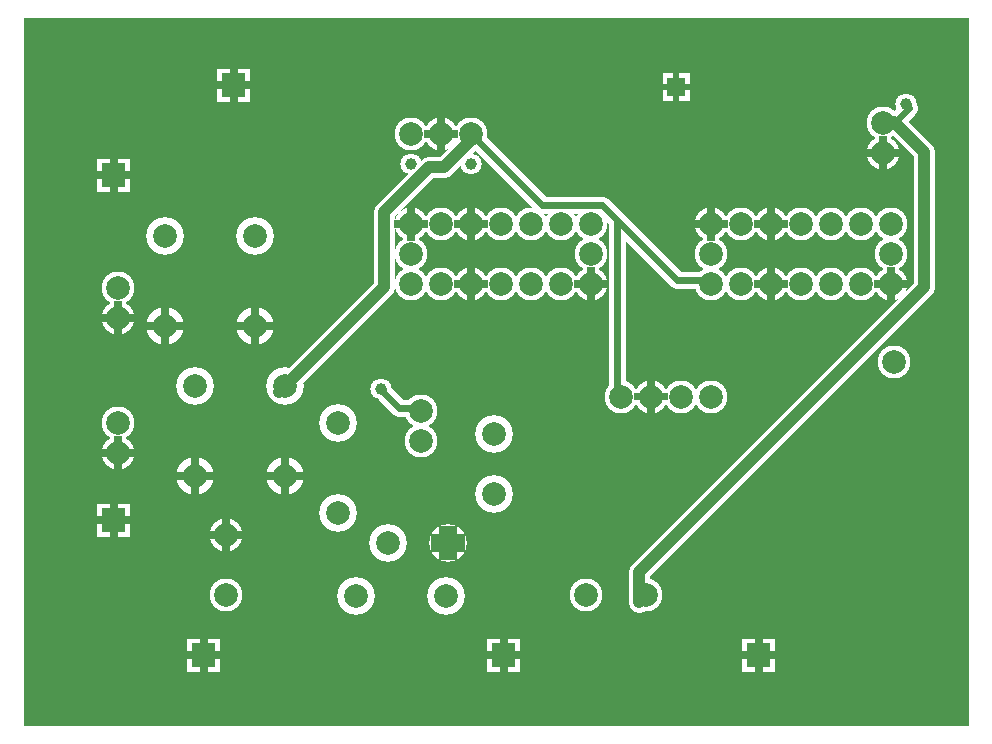
<source format=gbr>
%FSLAX34Y34*%
%MOMM*%
%LNCOPPER_TOP*%
G71*
G01*
%ADD10C,2.800*%
%ADD11C,1.400*%
%ADD12C,1.800*%
%ADD13C,3.200*%
%ADD14C,2.800*%
%ADD15C,1.800*%
%ADD16C,0.667*%
%ADD17C,0.500*%
%ADD18C,0.680*%
%ADD19C,1.467*%
%ADD20C,2.000*%
%ADD21C,0.600*%
%ADD22C,1.000*%
%ADD23C,2.000*%
%ADD24C,4.300*%
%ADD25C,1.000*%
%LPD*%
G36*
X0Y600000D02*
X800000Y600000D01*
X800000Y0D01*
X0Y0D01*
X0Y600000D01*
G37*
%LPC*%
X581800Y425210D02*
G54D10*
D03*
X607200Y425210D02*
G54D10*
D03*
X607200Y425210D02*
G54D10*
D03*
X632600Y425210D02*
G54D10*
D03*
X632600Y425210D02*
G54D10*
D03*
X658000Y425210D02*
G54D10*
D03*
X658000Y425210D02*
G54D10*
D03*
X683400Y425210D02*
G54D10*
D03*
X683400Y425210D02*
G54D10*
D03*
X708800Y425210D02*
G54D10*
D03*
X708800Y425210D02*
G54D10*
D03*
X734200Y425210D02*
G54D10*
D03*
X734200Y425210D02*
G54D10*
D03*
X734200Y399810D02*
G54D10*
D03*
X734200Y399810D02*
G54D10*
D03*
X734200Y374410D02*
G54D10*
D03*
X581800Y425210D02*
G54D10*
D03*
X581800Y399810D02*
G54D10*
D03*
X581800Y399810D02*
G54D10*
D03*
X581800Y374410D02*
G54D10*
D03*
X581800Y374410D02*
G54D10*
D03*
X607200Y374410D02*
G54D10*
D03*
X607200Y374410D02*
G54D10*
D03*
X632600Y374410D02*
G54D10*
D03*
X632600Y374410D02*
G54D10*
D03*
X658000Y374410D02*
G54D10*
D03*
X658000Y374410D02*
G54D10*
D03*
X683400Y374410D02*
G54D10*
D03*
X683400Y374410D02*
G54D10*
D03*
X708800Y374410D02*
G54D10*
D03*
X708800Y374410D02*
G54D10*
D03*
X734200Y374410D02*
G54D10*
D03*
X734200Y374410D02*
G54D10*
D03*
X581800Y374410D02*
G54D10*
D03*
X327800Y425210D02*
G54D10*
D03*
X353200Y425210D02*
G54D10*
D03*
X353200Y425210D02*
G54D10*
D03*
X378600Y425210D02*
G54D10*
D03*
X378600Y425210D02*
G54D10*
D03*
X404000Y425210D02*
G54D10*
D03*
X404000Y425210D02*
G54D10*
D03*
X429400Y425210D02*
G54D10*
D03*
X429400Y425210D02*
G54D10*
D03*
X454800Y425210D02*
G54D10*
D03*
X454800Y425210D02*
G54D10*
D03*
X480200Y425210D02*
G54D10*
D03*
X480200Y425210D02*
G54D10*
D03*
X480200Y399810D02*
G54D10*
D03*
X480200Y399810D02*
G54D10*
D03*
X480200Y374410D02*
G54D10*
D03*
X327800Y425210D02*
G54D10*
D03*
X327800Y399810D02*
G54D10*
D03*
X327800Y399810D02*
G54D10*
D03*
X327800Y374410D02*
G54D10*
D03*
X327800Y374410D02*
G54D10*
D03*
X353200Y374410D02*
G54D10*
D03*
X353200Y374410D02*
G54D10*
D03*
X378600Y374410D02*
G54D10*
D03*
X378600Y374410D02*
G54D10*
D03*
X404000Y374410D02*
G54D10*
D03*
X404000Y374410D02*
G54D10*
D03*
X429400Y374410D02*
G54D10*
D03*
X429400Y374410D02*
G54D10*
D03*
X454800Y374410D02*
G54D10*
D03*
X454800Y374410D02*
G54D10*
D03*
X480200Y374410D02*
G54D10*
D03*
X480200Y374410D02*
G54D10*
D03*
X327800Y374410D02*
G54D10*
D03*
X505600Y279160D02*
G54D10*
D03*
X505600Y279160D02*
G54D10*
D03*
X531000Y279160D02*
G54D10*
D03*
X531000Y279160D02*
G54D10*
D03*
X556400Y279160D02*
G54D10*
D03*
X556400Y279160D02*
G54D10*
D03*
X581800Y279160D02*
G54D10*
D03*
X581800Y279160D02*
G54D10*
D03*
X327800Y501410D02*
G54D10*
D03*
X353200Y501410D02*
G54D10*
D03*
X378600Y501410D02*
G54D10*
D03*
G54D11*
X378600Y501410D02*
X375450Y504560D01*
X438950Y441060D01*
X489750Y441060D01*
X553250Y377560D01*
X578650Y377560D01*
X581800Y374410D01*
G54D11*
X378600Y501410D02*
X375450Y504560D01*
X438950Y441060D01*
X489750Y441060D01*
X502450Y428360D01*
X502450Y282310D01*
X505600Y279160D01*
G36*
X540950Y552800D02*
X563950Y552800D01*
X563950Y529800D01*
X540950Y529800D01*
X540950Y552800D01*
G37*
X327800Y476010D02*
G54D12*
D03*
X378600Y476010D02*
G54D12*
D03*
X336550Y266750D02*
G54D10*
D03*
X336550Y241350D02*
G54D10*
D03*
X171450Y161850D02*
G54D10*
D03*
X171450Y111050D02*
G54D10*
D03*
X476250Y111050D02*
G54D10*
D03*
X527050Y111050D02*
G54D10*
D03*
X266117Y256616D02*
G54D13*
D03*
X266067Y180366D02*
G54D13*
D03*
X266117Y256616D02*
G54D14*
D03*
X398131Y247602D02*
G54D13*
D03*
X398243Y196621D02*
G54D13*
D03*
X398131Y247602D02*
G54D14*
D03*
X359403Y155174D02*
G54D13*
D03*
X308422Y155061D02*
G54D13*
D03*
X359403Y155174D02*
G54D14*
D03*
X357616Y110438D02*
G54D13*
D03*
X281366Y110488D02*
G54D13*
D03*
X357616Y110439D02*
G54D14*
D03*
X145467Y288366D02*
G54D13*
D03*
X145417Y212116D02*
G54D13*
D03*
X145467Y288366D02*
G54D14*
D03*
X221658Y288292D02*
G54D13*
D03*
X145408Y288342D02*
G54D13*
D03*
X221658Y288292D02*
G54D14*
D03*
X221658Y288292D02*
G54D13*
D03*
X221608Y212042D02*
G54D13*
D03*
X221658Y288292D02*
G54D14*
D03*
X120068Y415366D02*
G54D13*
D03*
X120017Y339116D02*
G54D13*
D03*
X120067Y415366D02*
G54D14*
D03*
X196258Y415292D02*
G54D13*
D03*
X120008Y415342D02*
G54D13*
D03*
X196258Y415292D02*
G54D14*
D03*
X196258Y415292D02*
G54D13*
D03*
X196208Y339042D02*
G54D13*
D03*
X196258Y415292D02*
G54D14*
D03*
X79823Y256661D02*
G54D10*
D03*
X79823Y231261D02*
G54D10*
D03*
X79823Y370961D02*
G54D10*
D03*
X79823Y345561D02*
G54D10*
D03*
X727523Y510661D02*
G54D10*
D03*
X727523Y485261D02*
G54D10*
D03*
X746900Y526810D02*
G54D12*
D03*
X302400Y285510D02*
G54D12*
D03*
G54D11*
X302400Y285510D02*
X304800Y282550D01*
X317500Y269850D01*
X336550Y269850D01*
X336550Y266750D01*
G54D11*
X746900Y526810D02*
X749300Y523850D01*
X736600Y511150D01*
X730250Y511150D01*
X727523Y510661D01*
G36*
X138400Y74300D02*
X166400Y74300D01*
X166400Y46300D01*
X138400Y46300D01*
X138400Y74300D01*
G37*
G36*
X392400Y74300D02*
X420400Y74300D01*
X420400Y46300D01*
X392400Y46300D01*
X392400Y74300D01*
G37*
G36*
X62200Y188600D02*
X90200Y188600D01*
X90200Y160600D01*
X62200Y160600D01*
X62200Y188600D01*
G37*
X736600Y308100D02*
G54D10*
D03*
G54D15*
X727523Y510661D02*
X723900Y511300D01*
X736600Y511300D01*
X762000Y485900D01*
X762000Y371600D01*
X520700Y130300D01*
X520700Y104900D01*
X527050Y111050D01*
G54D15*
X221658Y288292D02*
X215900Y282700D01*
X304800Y371600D01*
X304800Y435100D01*
X342900Y473200D01*
X355600Y473200D01*
X381000Y498600D01*
X378600Y501410D01*
G36*
X608300Y74300D02*
X636300Y74300D01*
X636300Y46300D01*
X608300Y46300D01*
X608300Y74300D01*
G37*
G36*
X163800Y556900D02*
X191800Y556900D01*
X191800Y528900D01*
X163800Y528900D01*
X163800Y556900D01*
G37*
G36*
X62200Y480700D02*
X90200Y480700D01*
X90200Y452700D01*
X62200Y452700D01*
X62200Y480700D01*
G37*
%LPD*%
G54D16*
G36*
X629267Y425210D02*
X629267Y439710D01*
X635933Y439710D01*
X635933Y425210D01*
X629267Y425210D01*
G37*
G36*
X632600Y428543D02*
X647100Y428543D01*
X647100Y421877D01*
X632600Y421877D01*
X632600Y428543D01*
G37*
G36*
X635933Y425210D02*
X635933Y410710D01*
X629267Y410710D01*
X629267Y425210D01*
X635933Y425210D01*
G37*
G36*
X632600Y421877D02*
X618100Y421877D01*
X618100Y428543D01*
X632600Y428543D01*
X632600Y421877D01*
G37*
G54D16*
G36*
X581800Y428543D02*
X596300Y428543D01*
X596300Y421877D01*
X581800Y421877D01*
X581800Y428543D01*
G37*
G36*
X585133Y425210D02*
X585133Y410710D01*
X578467Y410710D01*
X578467Y425210D01*
X585133Y425210D01*
G37*
G36*
X581800Y421877D02*
X567300Y421877D01*
X567300Y428543D01*
X581800Y428543D01*
X581800Y421877D01*
G37*
G36*
X578467Y425210D02*
X578467Y439710D01*
X585133Y439710D01*
X585133Y425210D01*
X578467Y425210D01*
G37*
G54D16*
G36*
X629267Y374410D02*
X629267Y388910D01*
X635933Y388910D01*
X635933Y374410D01*
X629267Y374410D01*
G37*
G36*
X632600Y377743D02*
X647100Y377743D01*
X647100Y371077D01*
X632600Y371077D01*
X632600Y377743D01*
G37*
G36*
X635933Y374410D02*
X635933Y359910D01*
X629267Y359910D01*
X629267Y374410D01*
X635933Y374410D01*
G37*
G36*
X632600Y371077D02*
X618100Y371077D01*
X618100Y377743D01*
X632600Y377743D01*
X632600Y371077D01*
G37*
G54D16*
G36*
X734200Y377743D02*
X748700Y377743D01*
X748700Y371077D01*
X734200Y371077D01*
X734200Y377743D01*
G37*
G36*
X737533Y374410D02*
X737533Y359910D01*
X730867Y359910D01*
X730867Y374410D01*
X737533Y374410D01*
G37*
G36*
X734200Y371077D02*
X719700Y371077D01*
X719700Y377743D01*
X734200Y377743D01*
X734200Y371077D01*
G37*
G36*
X730867Y374410D02*
X730867Y388910D01*
X737533Y388910D01*
X737533Y374410D01*
X730867Y374410D01*
G37*
G54D16*
G36*
X375267Y425210D02*
X375267Y439710D01*
X381934Y439710D01*
X381934Y425210D01*
X375267Y425210D01*
G37*
G36*
X378600Y428543D02*
X393100Y428543D01*
X393100Y421877D01*
X378600Y421877D01*
X378600Y428543D01*
G37*
G36*
X381934Y425210D02*
X381934Y410710D01*
X375267Y410710D01*
X375267Y425210D01*
X381934Y425210D01*
G37*
G36*
X378600Y421877D02*
X364100Y421877D01*
X364100Y428543D01*
X378600Y428543D01*
X378600Y421877D01*
G37*
G54D16*
G36*
X327800Y428543D02*
X342300Y428543D01*
X342300Y421877D01*
X327800Y421877D01*
X327800Y428543D01*
G37*
G36*
X331133Y425210D02*
X331133Y410710D01*
X324467Y410710D01*
X324467Y425210D01*
X331133Y425210D01*
G37*
G36*
X327800Y421877D02*
X313300Y421877D01*
X313300Y428543D01*
X327800Y428543D01*
X327800Y421877D01*
G37*
G36*
X324467Y425210D02*
X324467Y439710D01*
X331133Y439710D01*
X331133Y425210D01*
X324467Y425210D01*
G37*
G54D16*
G36*
X375267Y374410D02*
X375267Y388910D01*
X381934Y388910D01*
X381934Y374410D01*
X375267Y374410D01*
G37*
G36*
X378600Y377743D02*
X393100Y377743D01*
X393100Y371077D01*
X378600Y371077D01*
X378600Y377743D01*
G37*
G36*
X381934Y374410D02*
X381934Y359910D01*
X375267Y359910D01*
X375267Y374410D01*
X381934Y374410D01*
G37*
G36*
X378600Y371077D02*
X364100Y371077D01*
X364100Y377743D01*
X378600Y377743D01*
X378600Y371077D01*
G37*
G54D16*
G36*
X480200Y377743D02*
X494700Y377743D01*
X494700Y371077D01*
X480200Y371077D01*
X480200Y377743D01*
G37*
G36*
X483534Y374410D02*
X483534Y359910D01*
X476867Y359910D01*
X476867Y374410D01*
X483534Y374410D01*
G37*
G36*
X480200Y371077D02*
X465700Y371077D01*
X465700Y377743D01*
X480200Y377743D01*
X480200Y371077D01*
G37*
G36*
X476867Y374410D02*
X476867Y388910D01*
X483534Y388910D01*
X483534Y374410D01*
X476867Y374410D01*
G37*
G54D16*
G36*
X527667Y279160D02*
X527667Y293660D01*
X534334Y293660D01*
X534334Y279160D01*
X527667Y279160D01*
G37*
G36*
X531000Y282493D02*
X545500Y282493D01*
X545500Y275827D01*
X531000Y275827D01*
X531000Y282493D01*
G37*
G36*
X534334Y279160D02*
X534334Y264660D01*
X527667Y264660D01*
X527667Y279160D01*
X534334Y279160D01*
G37*
G36*
X531000Y275827D02*
X516500Y275827D01*
X516500Y282493D01*
X531000Y282493D01*
X531000Y275827D01*
G37*
G54D16*
G36*
X349867Y501410D02*
X349867Y515910D01*
X356533Y515910D01*
X356533Y501410D01*
X349867Y501410D01*
G37*
G36*
X353200Y504743D02*
X367700Y504743D01*
X367700Y498077D01*
X353200Y498077D01*
X353200Y504743D01*
G37*
G36*
X356533Y501410D02*
X356533Y486910D01*
X349867Y486910D01*
X349867Y501410D01*
X356533Y501410D01*
G37*
G36*
X353200Y498077D02*
X338700Y498077D01*
X338700Y504743D01*
X353200Y504743D01*
X353200Y498077D01*
G37*
G54D17*
G36*
X549950Y541300D02*
X549950Y553300D01*
X554950Y553300D01*
X554950Y541300D01*
X549950Y541300D01*
G37*
G36*
X552450Y543800D02*
X564450Y543800D01*
X564450Y538800D01*
X552450Y538800D01*
X552450Y543800D01*
G37*
G36*
X554950Y541300D02*
X554950Y529300D01*
X549950Y529300D01*
X549950Y541300D01*
X554950Y541300D01*
G37*
G36*
X552450Y538800D02*
X540450Y538800D01*
X540450Y543800D01*
X552450Y543800D01*
X552450Y538800D01*
G37*
G54D18*
G36*
X171450Y165250D02*
X185950Y165250D01*
X185950Y158450D01*
X171450Y158450D01*
X171450Y165250D01*
G37*
G36*
X174850Y161850D02*
X174850Y147350D01*
X168050Y147350D01*
X168050Y161850D01*
X174850Y161850D01*
G37*
G36*
X171450Y158450D02*
X156950Y158450D01*
X156950Y165250D01*
X171450Y165250D01*
X171450Y158450D01*
G37*
G36*
X168050Y161850D02*
X168050Y176350D01*
X174850Y176350D01*
X174850Y161850D01*
X168050Y161850D01*
G37*
G54D19*
G36*
X352070Y155174D02*
X352070Y169674D01*
X366736Y169674D01*
X366736Y155174D01*
X352070Y155174D01*
G37*
G36*
X359403Y162507D02*
X373903Y162507D01*
X373903Y147840D01*
X359403Y147840D01*
X359403Y162507D01*
G37*
G36*
X366736Y155174D02*
X366736Y140674D01*
X352070Y140674D01*
X352070Y155174D01*
X366736Y155174D01*
G37*
G36*
X359403Y147840D02*
X344903Y147840D01*
X344903Y162507D01*
X359403Y162507D01*
X359403Y147840D01*
G37*
G54D16*
G36*
X145417Y215449D02*
X161917Y215449D01*
X161917Y208783D01*
X145417Y208783D01*
X145417Y215449D01*
G37*
G36*
X148750Y212116D02*
X148750Y195616D01*
X142084Y195616D01*
X142084Y212116D01*
X148750Y212116D01*
G37*
G36*
X145417Y208783D02*
X128917Y208783D01*
X128917Y215449D01*
X145417Y215449D01*
X145417Y208783D01*
G37*
G36*
X142084Y212116D02*
X142084Y228616D01*
X148750Y228616D01*
X148750Y212116D01*
X142084Y212116D01*
G37*
G54D18*
G36*
X221608Y215442D02*
X238108Y215442D01*
X238108Y208642D01*
X221608Y208642D01*
X221608Y215442D01*
G37*
G36*
X225008Y212042D02*
X225008Y195542D01*
X218208Y195542D01*
X218208Y212042D01*
X225008Y212042D01*
G37*
G36*
X221608Y208642D02*
X205108Y208642D01*
X205108Y215442D01*
X221608Y215442D01*
X221608Y208642D01*
G37*
G36*
X218208Y212042D02*
X218208Y228542D01*
X225008Y228542D01*
X225008Y212042D01*
X218208Y212042D01*
G37*
G54D16*
G36*
X120017Y342449D02*
X136517Y342449D01*
X136517Y335783D01*
X120017Y335783D01*
X120017Y342449D01*
G37*
G36*
X123350Y339116D02*
X123350Y322616D01*
X116684Y322616D01*
X116684Y339116D01*
X123350Y339116D01*
G37*
G36*
X120017Y335783D02*
X103517Y335783D01*
X103517Y342449D01*
X120017Y342449D01*
X120017Y335783D01*
G37*
G36*
X116684Y339116D02*
X116684Y355616D01*
X123350Y355616D01*
X123350Y339116D01*
X116684Y339116D01*
G37*
G54D18*
G36*
X196208Y342442D02*
X212708Y342442D01*
X212708Y335642D01*
X196208Y335642D01*
X196208Y342442D01*
G37*
G36*
X199608Y339042D02*
X199608Y322542D01*
X192808Y322542D01*
X192808Y339042D01*
X199608Y339042D01*
G37*
G36*
X196208Y335642D02*
X179708Y335642D01*
X179708Y342442D01*
X196208Y342442D01*
X196208Y335642D01*
G37*
G36*
X192808Y339042D02*
X192808Y355542D01*
X199608Y355542D01*
X199608Y339042D01*
X192808Y339042D01*
G37*
G54D16*
G36*
X76490Y231261D02*
X76490Y245761D01*
X83156Y245761D01*
X83156Y231261D01*
X76490Y231261D01*
G37*
G36*
X79823Y234594D02*
X94323Y234594D01*
X94323Y227928D01*
X79823Y227928D01*
X79823Y234594D01*
G37*
G36*
X83156Y231261D02*
X83156Y216761D01*
X76490Y216761D01*
X76490Y231261D01*
X83156Y231261D01*
G37*
G36*
X79823Y227928D02*
X65323Y227928D01*
X65323Y234594D01*
X79823Y234594D01*
X79823Y227928D01*
G37*
G54D16*
G36*
X76490Y345561D02*
X76490Y360061D01*
X83156Y360061D01*
X83156Y345561D01*
X76490Y345561D01*
G37*
G36*
X79823Y348894D02*
X94323Y348894D01*
X94323Y342228D01*
X79823Y342228D01*
X79823Y348894D01*
G37*
G36*
X83156Y345561D02*
X83156Y331061D01*
X76490Y331061D01*
X76490Y345561D01*
X83156Y345561D01*
G37*
G36*
X79823Y342228D02*
X65323Y342228D01*
X65323Y348894D01*
X79823Y348894D01*
X79823Y342228D01*
G37*
G54D16*
G36*
X724190Y485261D02*
X724190Y499761D01*
X730856Y499761D01*
X730856Y485261D01*
X724190Y485261D01*
G37*
G36*
X727523Y488594D02*
X742023Y488594D01*
X742023Y481928D01*
X727523Y481928D01*
X727523Y488594D01*
G37*
G36*
X730856Y485261D02*
X730856Y470761D01*
X724190Y470761D01*
X724190Y485261D01*
X730856Y485261D01*
G37*
G36*
X727523Y481928D02*
X713023Y481928D01*
X713023Y488594D01*
X727523Y488594D01*
X727523Y481928D01*
G37*
G54D16*
G36*
X149067Y60300D02*
X149067Y74800D01*
X155733Y74800D01*
X155733Y60300D01*
X149067Y60300D01*
G37*
G36*
X152400Y63633D02*
X166900Y63633D01*
X166900Y56967D01*
X152400Y56967D01*
X152400Y63633D01*
G37*
G36*
X155733Y60300D02*
X155733Y45800D01*
X149067Y45800D01*
X149067Y60300D01*
X155733Y60300D01*
G37*
G36*
X152400Y56967D02*
X137900Y56967D01*
X137900Y63633D01*
X152400Y63633D01*
X152400Y56967D01*
G37*
G54D16*
G36*
X403067Y60300D02*
X403067Y74800D01*
X409733Y74800D01*
X409733Y60300D01*
X403067Y60300D01*
G37*
G36*
X406400Y63633D02*
X420900Y63633D01*
X420900Y56967D01*
X406400Y56967D01*
X406400Y63633D01*
G37*
G36*
X409733Y60300D02*
X409733Y45800D01*
X403067Y45800D01*
X403067Y60300D01*
X409733Y60300D01*
G37*
G36*
X406400Y56967D02*
X391900Y56967D01*
X391900Y63633D01*
X406400Y63633D01*
X406400Y56967D01*
G37*
G54D16*
G36*
X72867Y174600D02*
X72867Y189100D01*
X79533Y189100D01*
X79533Y174600D01*
X72867Y174600D01*
G37*
G36*
X76200Y177933D02*
X90700Y177933D01*
X90700Y171267D01*
X76200Y171267D01*
X76200Y177933D01*
G37*
G36*
X79533Y174600D02*
X79533Y160100D01*
X72867Y160100D01*
X72867Y174600D01*
X79533Y174600D01*
G37*
G36*
X76200Y171267D02*
X61700Y171267D01*
X61700Y177933D01*
X76200Y177933D01*
X76200Y171267D01*
G37*
G54D16*
G36*
X618967Y60300D02*
X618967Y74800D01*
X625633Y74800D01*
X625633Y60300D01*
X618967Y60300D01*
G37*
G36*
X622300Y63633D02*
X636800Y63633D01*
X636800Y56967D01*
X622300Y56967D01*
X622300Y63633D01*
G37*
G36*
X625633Y60300D02*
X625633Y45800D01*
X618967Y45800D01*
X618967Y60300D01*
X625633Y60300D01*
G37*
G36*
X622300Y56967D02*
X607800Y56967D01*
X607800Y63633D01*
X622300Y63633D01*
X622300Y56967D01*
G37*
G54D16*
G36*
X174467Y542900D02*
X174467Y557400D01*
X181133Y557400D01*
X181133Y542900D01*
X174467Y542900D01*
G37*
G36*
X177800Y546233D02*
X192300Y546233D01*
X192300Y539567D01*
X177800Y539567D01*
X177800Y546233D01*
G37*
G36*
X181133Y542900D02*
X181133Y528400D01*
X174467Y528400D01*
X174467Y542900D01*
X181133Y542900D01*
G37*
G36*
X177800Y539567D02*
X163300Y539567D01*
X163300Y546233D01*
X177800Y546233D01*
X177800Y539567D01*
G37*
G54D16*
G36*
X72867Y466700D02*
X72867Y481200D01*
X79533Y481200D01*
X79533Y466700D01*
X72867Y466700D01*
G37*
G36*
X76200Y470033D02*
X90700Y470033D01*
X90700Y463367D01*
X76200Y463367D01*
X76200Y470033D01*
G37*
G36*
X79533Y466700D02*
X79533Y452200D01*
X72867Y452200D01*
X72867Y466700D01*
X79533Y466700D01*
G37*
G36*
X76200Y463367D02*
X61700Y463367D01*
X61700Y470033D01*
X76200Y470033D01*
X76200Y463367D01*
G37*
X581800Y425210D02*
G54D20*
D03*
X607200Y425210D02*
G54D20*
D03*
X607200Y425210D02*
G54D20*
D03*
X632600Y425210D02*
G54D20*
D03*
X632600Y425210D02*
G54D20*
D03*
X658000Y425210D02*
G54D20*
D03*
X658000Y425210D02*
G54D20*
D03*
X683400Y425210D02*
G54D20*
D03*
X683400Y425210D02*
G54D20*
D03*
X708800Y425210D02*
G54D20*
D03*
X708800Y425210D02*
G54D20*
D03*
X734200Y425210D02*
G54D20*
D03*
X734200Y425210D02*
G54D20*
D03*
X734200Y399810D02*
G54D20*
D03*
X734200Y399810D02*
G54D20*
D03*
X734200Y374410D02*
G54D20*
D03*
X581800Y425210D02*
G54D20*
D03*
X581800Y399810D02*
G54D20*
D03*
X581800Y399810D02*
G54D20*
D03*
X581800Y374410D02*
G54D20*
D03*
X581800Y374410D02*
G54D20*
D03*
X607200Y374410D02*
G54D20*
D03*
X607200Y374410D02*
G54D20*
D03*
X632600Y374410D02*
G54D20*
D03*
X632600Y374410D02*
G54D20*
D03*
X658000Y374410D02*
G54D20*
D03*
X658000Y374410D02*
G54D20*
D03*
X683400Y374410D02*
G54D20*
D03*
X683400Y374410D02*
G54D20*
D03*
X708800Y374410D02*
G54D20*
D03*
X708800Y374410D02*
G54D20*
D03*
X734200Y374410D02*
G54D20*
D03*
X734200Y374410D02*
G54D20*
D03*
X581800Y374410D02*
G54D20*
D03*
X327800Y425210D02*
G54D20*
D03*
X353200Y425210D02*
G54D20*
D03*
X353200Y425210D02*
G54D20*
D03*
X378600Y425210D02*
G54D20*
D03*
X378600Y425210D02*
G54D20*
D03*
X404000Y425210D02*
G54D20*
D03*
X404000Y425210D02*
G54D20*
D03*
X429400Y425210D02*
G54D20*
D03*
X429400Y425210D02*
G54D20*
D03*
X454800Y425210D02*
G54D20*
D03*
X454800Y425210D02*
G54D20*
D03*
X480200Y425210D02*
G54D20*
D03*
X480200Y425210D02*
G54D20*
D03*
X480200Y399810D02*
G54D20*
D03*
X480200Y399810D02*
G54D20*
D03*
X480200Y374410D02*
G54D20*
D03*
X327800Y425210D02*
G54D20*
D03*
X327800Y399810D02*
G54D20*
D03*
X327800Y399810D02*
G54D20*
D03*
X327800Y374410D02*
G54D20*
D03*
X327800Y374410D02*
G54D20*
D03*
X353200Y374410D02*
G54D20*
D03*
X353200Y374410D02*
G54D20*
D03*
X378600Y374410D02*
G54D20*
D03*
X378600Y374410D02*
G54D20*
D03*
X404000Y374410D02*
G54D20*
D03*
X404000Y374410D02*
G54D20*
D03*
X429400Y374410D02*
G54D20*
D03*
X429400Y374410D02*
G54D20*
D03*
X454800Y374410D02*
G54D20*
D03*
X454800Y374410D02*
G54D20*
D03*
X480200Y374410D02*
G54D20*
D03*
X480200Y374410D02*
G54D20*
D03*
X327800Y374410D02*
G54D20*
D03*
X505600Y279160D02*
G54D20*
D03*
X505600Y279160D02*
G54D20*
D03*
X531000Y279160D02*
G54D20*
D03*
X531000Y279160D02*
G54D20*
D03*
X556400Y279160D02*
G54D20*
D03*
X556400Y279160D02*
G54D20*
D03*
X581800Y279160D02*
G54D20*
D03*
X581800Y279160D02*
G54D20*
D03*
X327800Y501410D02*
G54D20*
D03*
X353200Y501410D02*
G54D20*
D03*
X378600Y501410D02*
G54D20*
D03*
G54D21*
X378600Y501410D02*
X375450Y504560D01*
X438950Y441060D01*
X489750Y441060D01*
X553250Y377560D01*
X578650Y377560D01*
X581800Y374410D01*
G54D21*
X378600Y501410D02*
X375450Y504560D01*
X438950Y441060D01*
X489750Y441060D01*
X502450Y428360D01*
X502450Y282310D01*
X505600Y279160D01*
G36*
X544950Y548800D02*
X559950Y548800D01*
X559950Y533800D01*
X544950Y533800D01*
X544950Y548800D01*
G37*
X327800Y476010D02*
G54D22*
D03*
X378600Y476010D02*
G54D22*
D03*
X336550Y266750D02*
G54D20*
D03*
X336550Y241350D02*
G54D20*
D03*
X171450Y161850D02*
G54D20*
D03*
X171450Y111050D02*
G54D20*
D03*
X476250Y111050D02*
G54D20*
D03*
X527050Y111050D02*
G54D20*
D03*
X266117Y256616D02*
G54D20*
D03*
X266067Y180366D02*
G54D20*
D03*
X266117Y256616D02*
G54D23*
D03*
X398131Y247602D02*
G54D20*
D03*
X398243Y196621D02*
G54D20*
D03*
X398131Y247602D02*
G54D23*
D03*
X359403Y155174D02*
G54D20*
D03*
X308422Y155061D02*
G54D20*
D03*
X359403Y155174D02*
G54D23*
D03*
X357616Y110438D02*
G54D20*
D03*
X281366Y110488D02*
G54D20*
D03*
X357616Y110439D02*
G54D23*
D03*
X145467Y288366D02*
G54D20*
D03*
X145417Y212116D02*
G54D20*
D03*
X145467Y288366D02*
G54D23*
D03*
X221658Y288292D02*
G54D20*
D03*
X145408Y288342D02*
G54D20*
D03*
X221658Y288292D02*
G54D23*
D03*
X221658Y288292D02*
G54D20*
D03*
X221608Y212042D02*
G54D20*
D03*
X221658Y288292D02*
G54D23*
D03*
X120068Y415366D02*
G54D20*
D03*
X120017Y339116D02*
G54D20*
D03*
X120067Y415366D02*
G54D23*
D03*
X196258Y415292D02*
G54D20*
D03*
X120008Y415342D02*
G54D20*
D03*
X196258Y415292D02*
G54D23*
D03*
X196258Y415292D02*
G54D20*
D03*
X196208Y339042D02*
G54D20*
D03*
X196258Y415292D02*
G54D23*
D03*
X79823Y256661D02*
G54D20*
D03*
X79823Y231261D02*
G54D20*
D03*
X79823Y370961D02*
G54D20*
D03*
X79823Y345561D02*
G54D20*
D03*
X727523Y510661D02*
G54D20*
D03*
X727523Y485261D02*
G54D20*
D03*
X746900Y526810D02*
G54D22*
D03*
X302400Y285510D02*
G54D22*
D03*
G54D21*
X302400Y285510D02*
X304800Y282550D01*
X317500Y269850D01*
X336550Y269850D01*
X336550Y266750D01*
G54D21*
X746900Y526810D02*
X749300Y523850D01*
X736600Y511150D01*
X730250Y511150D01*
X727523Y510661D01*
X76200Y66600D02*
G54D24*
D03*
G36*
X142400Y70300D02*
X162400Y70300D01*
X162400Y50300D01*
X142400Y50300D01*
X142400Y70300D01*
G37*
X736600Y66600D02*
G54D24*
D03*
G36*
X396400Y70300D02*
X416400Y70300D01*
X416400Y50300D01*
X396400Y50300D01*
X396400Y70300D01*
G37*
G36*
X66200Y184600D02*
X86200Y184600D01*
X86200Y164600D01*
X66200Y164600D01*
X66200Y184600D01*
G37*
X736600Y308100D02*
G54D20*
D03*
G54D25*
X727523Y510661D02*
X723900Y511300D01*
X736600Y511300D01*
X762000Y485900D01*
X762000Y371600D01*
X520700Y130300D01*
X520700Y104900D01*
X527050Y111050D01*
G54D25*
X221658Y288292D02*
X215900Y282700D01*
X304800Y371600D01*
X304800Y435100D01*
X342900Y473200D01*
X355600Y473200D01*
X381000Y498600D01*
X378600Y501410D01*
G36*
X612300Y70300D02*
X632300Y70300D01*
X632300Y50300D01*
X612300Y50300D01*
X612300Y70300D01*
G37*
X76200Y536500D02*
G54D24*
D03*
G36*
X167800Y552900D02*
X187800Y552900D01*
X187800Y532900D01*
X167800Y532900D01*
X167800Y552900D01*
G37*
G36*
X66200Y476700D02*
X86200Y476700D01*
X86200Y456700D01*
X66200Y456700D01*
X66200Y476700D01*
G37*
X660400Y536500D02*
G54D24*
D03*
M02*

</source>
